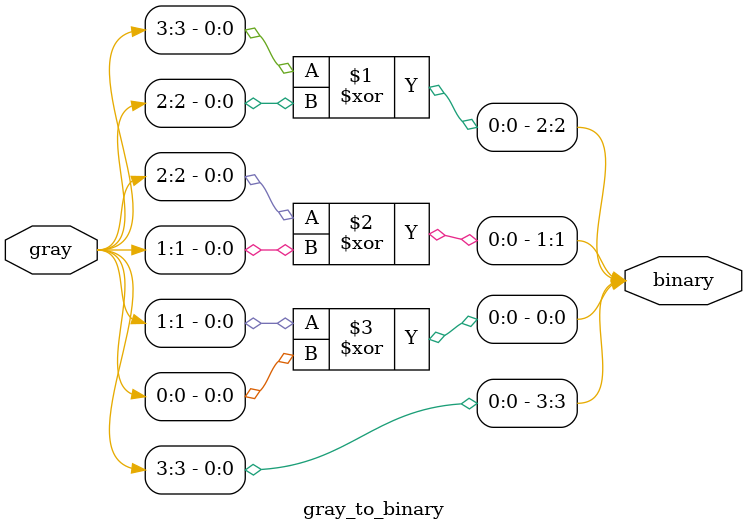
<source format=v>
module gray_to_binary ( input [3:0] gray, output reg [3:0] binary);
  
  
  assign binary[3] = gray[3];
  assign binary[2] = gray[3] ^ gray[2];
  assign binary[1] = gray[2] ^ gray[1];
  assign binary[0] = gray[1] ^ gray[0];
   

endmodule
</source>
